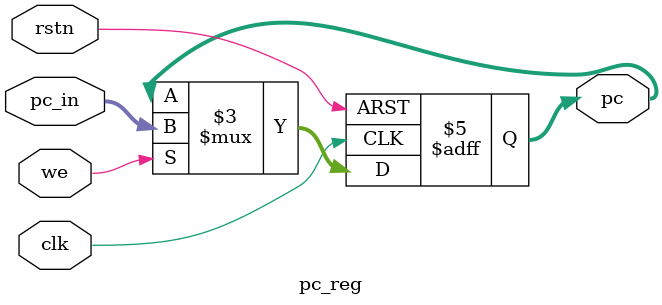
<source format=v>
module pc_reg (
  input clk, 
  input rstn,

  input we,
  input [31:0] pc_in,

  output reg [31:0] pc
);

parameter PC_INITIAL = 32'h0001_0000;

always @ (posedge clk or negedge rstn) begin
  if (!rstn) pc <= PC_INITIAL;
  else if (we) pc <= pc_in;
end

endmodule

</source>
